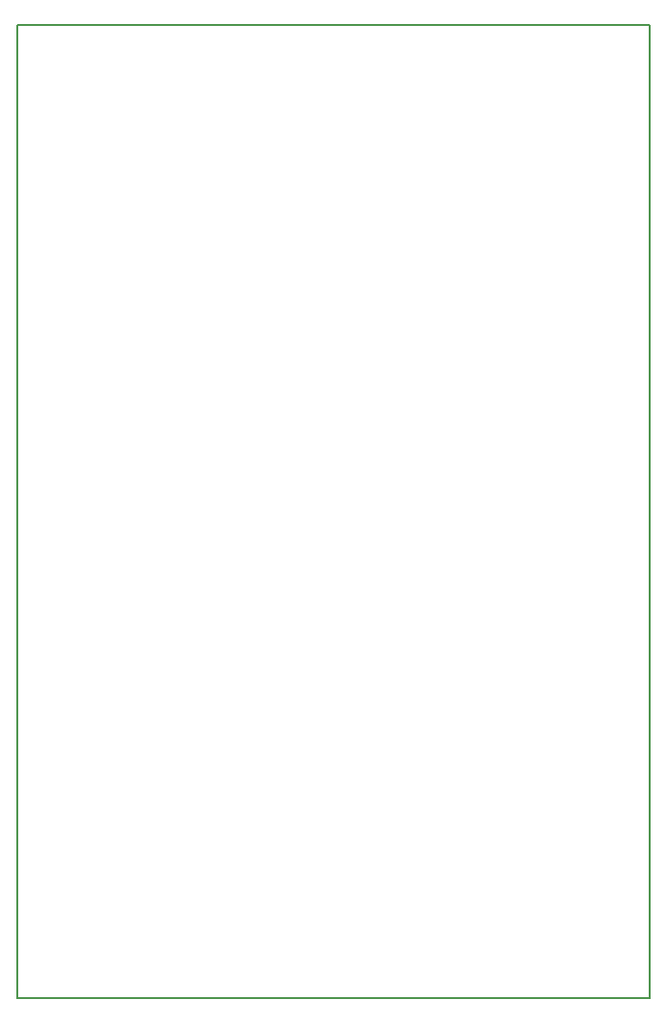
<source format=gm1>
G04 MADE WITH FRITZING*
G04 WWW.FRITZING.ORG*
G04 DOUBLE SIDED*
G04 HOLES PLATED*
G04 CONTOUR ON CENTER OF CONTOUR VECTOR*
%ASAXBY*%
%FSLAX23Y23*%
%MOIN*%
%OFA0B0*%
%SFA1.0B1.0*%
%ADD10R,2.204720X3.385830*%
%ADD11C,0.008000*%
%ADD10C,0.008*%
%LNCONTOUR*%
G90*
G70*
G54D10*
G54D11*
X4Y3382D02*
X2201Y3382D01*
X2201Y4D01*
X4Y4D01*
X4Y3382D01*
D02*
G04 End of contour*
M02*
</source>
